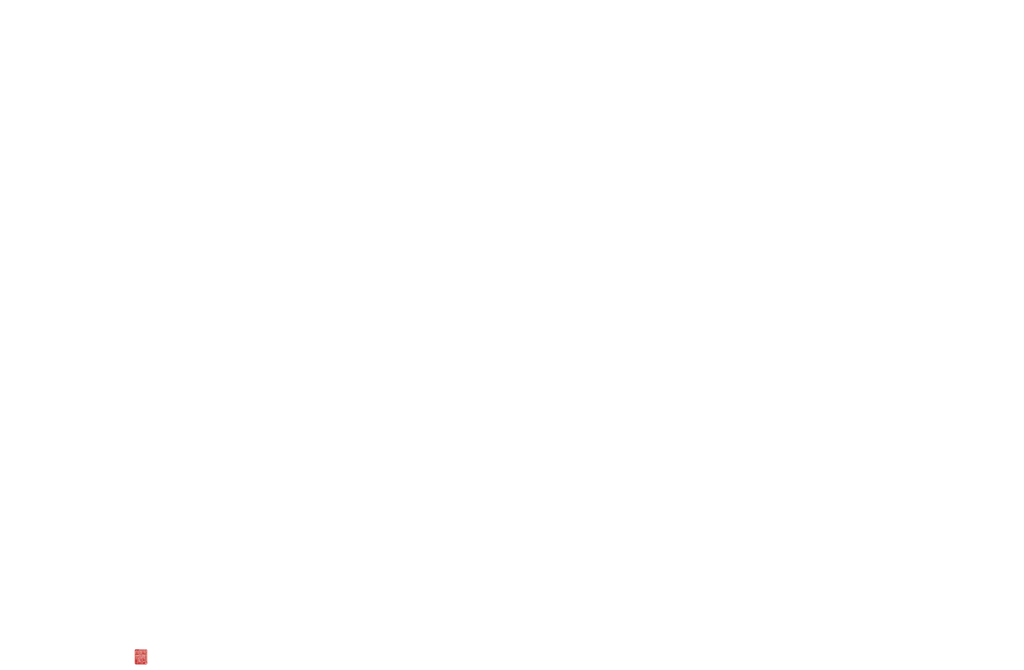
<source format=kicad_pcb>
(kicad_pcb (version 20211014) (generator pcbnew)
  (layers (0 "F.Cu" signal) (31 "B.Cu" signal) (34 "B.Paste" user) (35 "F.Paste" user) (36 "B.SilkS" user "B.Silkscreen") (37 "F.SilkS" user "F.Silkscreen") (38 "B.Mask" user) (39 "F.Mask" user) (44 "Edge.Cuts" user))
  (net 0 "")
  (net 1 "Net-(C1-Pad2)")
  (net 2 "GND")
  (net 3 "Net-(C2-Pad2)")
  (net 4 "+5V")
  (net 5 "isp_miso")
  (net 6 "isp_sck")
  (net 7 "isp_mosi")
  (net 8 "isp_rst")
  (net 11 "ftdi_rx")
  (net 12 "ftdi_tx")
  (net 15 "Net-(D1-Pad2)")
  (net 16 "Net-(U1-Pad6)")
  (net 17 "Net-(D2-Pad2)")
  (net 18 "Net-(U1-Pad5)")
  (footprint "Fab:R_1206" (layer "F.Cu") (at 146.05 85.852 180)
    (fp_text reference "R3" (at 0 -1.85) (layer "F.SilkS"))
    (fp_text value "499 Ω ***")
    (fp_line (start 1 1.07) (end -1 1.07) (layer "F.SilkS") (width 0.12))
    (fp_line (start -1 -1.07) (end 1 -1.07) (layer "F.SilkS") (width 0.12))
    (pad "1" smd rect locked (at -2 0 180) (size 2 1.7) (layers "F.Cu" "F.Paste" "F.Mask") (net 18 "Net-(U1-Pad5)"))
    (pad "2" smd rect locked (at 2 0 180) (size 2 1.7) (layers "F.Cu" "F.Paste" "F.Mask") (net 17 "Net-(D2-Pad2)"))
  )
  (footprint "Fab:Button_Omron_B3SN_6x6mm" (layer "F.Cu") (at 146.05 94.996 -90)
    (fp_text reference "SW1" (at 0 -4.5 90) (layer "F.SilkS"))
    (fp_text value "BUTTON_B3SN")
    (fp_line (start -3.15 -3.15) (end 3.15 -3.15) (layer "F.SilkS") (width 0.12))
    (fp_line (start 3.15 3.15) (end -3.15 3.15) (layer "F.SilkS") (width 0.12))
    (fp_line (start 3.15 -1) (end 3.15 1) (layer "F.SilkS") (width 0.12))
    (fp_line (start -3.15 1) (end -3.15 -1) (layer "F.SilkS") (width 0.12))
    (pad "1" smd rect locked (at -3.5 -2 270) (size 2.5 1.5) (layers "F.Cu" "F.Paste" "F.Mask") (net 16 "Net-(U1-Pad6)"))
    (pad "1" smd rect locked (at 3.5 -2 270) (size 2.5 1.5) (layers "F.Cu" "F.Paste" "F.Mask") (net 16 "Net-(U1-Pad6)"))
    (pad "2" smd rect locked (at -3.5 2 270) (size 2.5 1.5) (layers "F.Cu" "F.Paste" "F.Mask") (net 2 "GND"))
    (pad "2" smd rect locked (at 3.5 2 270) (size 2.5 1.5) (layers "F.Cu" "F.Paste" "F.Mask") (net 2 "GND"))
  )
  (footprint "Fab:R_1206" (layer "F.Cu") (at 154.305 75.565 180)
    (fp_text reference "R1" (at 0 -1.85) (layer "F.SilkS"))
    (fp_text value "10 kΩ")
    (fp_line (start -1 -1.07) (end 1 -1.07) (layer "F.SilkS") (width 0.12))
    (fp_line (start 1 1.07) (end -1 1.07) (layer "F.SilkS") (width 0.12))
    (pad "1" smd rect locked (at -2 0 180) (size 2 1.7) (layers "F.Cu" "F.Paste" "F.Mask") (net 4 "+5V"))
    (pad "2" smd rect locked (at 2 0 180) (size 2 1.7) (layers "F.Cu" "F.Paste" "F.Mask") (net 8 "isp_rst"))
  )
  (footprint "Fab:C_1206" (layer "F.Cu") (at 161.29 75.565)
    (fp_text reference "C3" (at 0 -1.85) (layer "F.SilkS"))
    (fp_text value "1 µF")
    (fp_line (start -1 -1.07) (end 1 -1.07) (layer "F.SilkS") (width 0.12))
    (fp_line (start 1 1.07) (end -1 1.07) (layer "F.SilkS") (width 0.12))
    (pad "1" smd rect locked (at -2 0) (size 2 1.7) (layers "F.Cu" "F.Paste" "F.Mask") (net 4 "+5V"))
    (pad "2" smd rect locked (at 2 0) (size 2 1.7) (layers "F.Cu" "F.Paste" "F.Mask") (net 2 "GND"))
  )
  (footprint "Fab:SOIC-14_3.9x8.7mm_P1.27mm" (layer "F.Cu") (at 154.94 84.81)
    (fp_text reference "U1" (at 0 -5.28) (layer "F.SilkS"))
    (fp_text value "Microcontroller_ATtiny44A-SSU" (at 0 0) (layer "F.SilkS") (effects (font (size 1.27 1.27))))
    (fp_line (start 0 4.435) (end 1.95 4.435) (layer "F.SilkS") (width 0.12))
    (fp_line (start 0 4.435) (end -1.95 4.435) (layer "F.SilkS") (width 0.12))
    (fp_line (start 0 -4.435) (end -3.45 -4.435) (layer "F.SilkS") (width 0.12))
    (fp_line (start 0 -4.435) (end 1.95 -4.435) (layer "F.SilkS") (width 0.12))
    (pad "1" smd rect (at -2.475 -3.81) (size 2 0.6) (layers "F.Cu" "F.Paste" "F.Mask") (net 4 "+5V"))
    (pad "2" smd rect (at -2.475 -2.54) (size 2 0.6) (layers "F.Cu" "F.Paste" "F.Mask") (net 1 "Net-(C1-Pad2)"))
    (pad "3" smd rect (at -2.475 -1.27) (size 2 0.6) (layers "F.Cu" "F.Paste" "F.Mask") (net 3 "Net-(C2-Pad2)"))
    (pad "4" smd rect (at -2.475 0) (size 2 0.6) (layers "F.Cu" "F.Paste" "F.Mask") (net 8 "isp_rst"))
    (pad "5" smd rect (at -2.475 1.27) (size 2 0.6) (layers "F.Cu" "F.Paste" "F.Mask") (net 18 "Net-(U1-Pad5)"))
    (pad "6" smd rect (at -2.475 2.54) (size 2 0.6) (layers "F.Cu" "F.Paste" "F.Mask") (net 16 "Net-(U1-Pad6)"))
    (pad "7" smd rect (at -2.475 3.81) (size 2 0.6) (layers "F.Cu" "F.Paste" "F.Mask") (net 7 "isp_mosi"))
    (pad "8" smd rect (at 2.475 3.81) (size 2 0.6) (layers "F.Cu" "F.Paste" "F.Mask") (net 5 "isp_miso"))
    (pad "9" smd rect (at 2.475 2.54) (size 2 0.6) (layers "F.Cu" "F.Paste" "F.Mask") (net 6 "isp_sck"))
    (pad "10" smd rect (at 2.475 1.27) (size 2 0.6) (layers "F.Cu" "F.Paste" "F.Mask"))
    (pad "11" smd rect (at 2.475 0) (size 2 0.6) (layers "F.Cu" "F.Paste" "F.Mask"))
    (pad "12" smd rect (at 2.475 -1.27) (size 2 0.6) (layers "F.Cu" "F.Paste" "F.Mask") (net 11 "ftdi_rx"))
    (pad "13" smd rect (at 2.475 -2.54) (size 2 0.6) (layers "F.Cu" "F.Paste" "F.Mask") (net 12 "ftdi_tx"))
    (pad "14" smd rect (at 2.475 -3.81) (size 2 0.6) (layers "F.Cu" "F.Paste" "F.Mask") (net 2 "GND"))
  )
  (footprint "Fab:C_1206" (layer "F.Cu") (at 147.32 75.565 180)
    (fp_text reference "C2" (at 0 -1.85) (layer "F.SilkS"))
    (fp_text value "22 pF")
    (fp_line (start 1 1.07) (end -1 1.07) (layer "F.SilkS") (width 0.12))
    (fp_line (start -1 -1.07) (end 1 -1.07) (layer "F.SilkS") (width 0.12))
    (pad "1" smd rect locked (at -2 0 180) (size 2 1.7) (layers "F.Cu" "F.Paste" "F.Mask") (net 2 "GND"))
    (pad "2" smd rect locked (at 2 0 180) (size 2 1.7) (layers "F.Cu" "F.Paste" "F.Mask") (net 3 "Net-(C2-Pad2)"))
  )
  (footprint "Fab:Crystal_NX5032GA-20" (layer "F.Cu") (at 146.685 82.296)
    (fp_text reference "Y1" (at 0 -2.95) (layer "F.SilkS"))
    (fp_text value "Crystal_NX5032GA-20")
    (fp_line (start -3.225 -1.95) (end -3.225 1.95) (layer "F.SilkS") (width 0.12))
    (fp_line (start 2.525 -1.95) (end -3.225 -1.95) (layer "F.SilkS") (width 0.12))
    (fp_line (start -3.225 1.95) (end 2.5 1.95) (layer "F.SilkS") (width 0.12))
    (pad "1" smd rect locked (at -2 0) (size 2 2.4) (layers "F.Cu" "F.Paste" "F.Mask") (net 3 "Net-(C2-Pad2)"))
    (pad "2" smd rect locked (at 2 0) (size 2 2.4) (layers "F.Cu" "F.Paste" "F.Mask") (net 1 "Net-(C1-Pad2)"))
  )
  (footprint "Fab:LED_1206" (layer "F.Cu") (at 146.05 88.392 180)
    (fp_text reference "D2" (at 0 -1.85) (layer "F.SilkS"))
    (fp_text value "LED_red ****")
    (fp_line (start -3.1 -0.95) (end -3.1 0.95) (layer "F.SilkS") (width 0.12))
    (fp_line (start -3.1 0.95) (end 1.6 0.95) (layer "F.SilkS") (width 0.12))
    (fp_line (start -3.1 -0.95) (end 1.6 -0.95) (layer "F.SilkS") (width 0.12))
    (pad "1" smd rect locked (at -2 0 180) (size 2 1.7) (layers "F.Cu" "F.Paste" "F.Mask") (net 2 "GND"))
    (pad "2" smd rect locked (at 2 0 180) (size 2 1.7) (layers "F.Cu" "F.Paste" "F.Mask") (net 17 "Net-(D2-Pad2)"))
  )
  (footprint "Fab:C_1206" (layer "F.Cu") (at 147.32 78.105)
    (fp_text reference "C1" (at 0 -1.85) (layer "F.SilkS"))
    (fp_text value "22 pF")
    (fp_line (start -1 -1.07) (end 1 -1.07) (layer "F.SilkS") (width 0.12))
    (fp_line (start 1 1.07) (end -1 1.07) (layer "F.SilkS") (width 0.12))
    (pad "1" smd rect locked (at -2 0) (size 2 1.7) (layers "F.Cu" "F.Paste" "F.Mask") (net 2 "GND"))
    (pad "2" smd rect locked (at 2 0) (size 2 1.7) (layers "F.Cu" "F.Paste" "F.Mask") (net 1 "Net-(C1-Pad2)"))
  )
  (footprint "Fab:R_1206" (layer "F.Cu") (at 161.29 78.105 180)
    (fp_text reference "R2" (at 0 -1.85) (layer "F.SilkS"))
    (fp_text value "499 Ω *")
    (fp_line (start 1 1.07) (end -1 1.07) (layer "F.SilkS") (width 0.12))
    (fp_line (start -1 -1.07) (end 1 -1.07) (layer "F.SilkS") (width 0.12))
    (pad "1" smd rect locked (at -2 0 180) (size 2 1.7) (layers "F.Cu" "F.Paste" "F.Mask") (net 4 "+5V"))
    (pad "2" smd rect locked (at 2 0 180) (size 2 1.7) (layers "F.Cu" "F.Paste" "F.Mask") (net 15 "Net-(D1-Pad2)"))
  )
  (footprint "Fab:PinHeader_2x03_P2.54mm_Vertical_SMD" (layer "F.Cu") (at 154.94 95.885 -90)
    (fp_text reference "J2" (at 0 -4.87 -90) (layer "F.SilkS"))
    (fp_text value "AVR-ISP-6")
    (fp_line (start 2.6 -1.78) (end 2.6 -0.76) (layer "F.SilkS") (width 0.12))
    (fp_line (start -2.6 -3.87) (end 2.6 -3.87) (layer "F.SilkS") (width 0.12))
    (fp_line (start -2.6 3.3) (end -2.6 3.87) (layer "F.SilkS") (width 0.12))
    (fp_line (start -2.6 -1.78) (end -2.6 -0.76) (layer "F.SilkS") (width 0.12))
    (fp_line (start 2.6 0.76) (end 2.6 1.78) (layer "F.SilkS") (width 0.12))
    (fp_line (start 2.6 -3.87) (end 2.6 -3.3) (layer "F.SilkS") (width 0.12))
    (fp_line (start -2.6 0.76) (end -2.6 1.78) (layer "F.SilkS") (width 0.12))
    (fp_line (start -4.04 -3.3) (end -2.6 -3.3) (layer "F.SilkS") (width 0.12))
    (fp_line (start 2.6 3.3) (end 2.6 3.87) (layer "F.SilkS") (width 0.12))
    (fp_line (start -2.6 3.87) (end 2.6 3.87) (layer "F.SilkS") (width 0.12))
    (fp_line (start -2.6 -3.87) (end -2.6 -3.3) (layer "F.SilkS") (width 0.12))
    (pad "1" smd rect locked (at -2.525 -2.54 270) (size 3.15 1) (layers "F.Cu" "F.Paste" "F.Mask") (net 5 "isp_miso"))
    (pad "2" smd rect locked (at 2.525 -2.54 270) (size 3.15 1) (layers "F.Cu" "F.Paste" "F.Mask") (net 4 "+5V"))
    (pad "3" smd rect locked (at -2.525 0 270) (size 3.15 1) (layers "F.Cu" "F.Paste" "F.Mask") (net 6 "isp_sck"))
    (pad "4" smd rect locked (at 2.525 0 270) (size 3.15 1) (layers "F.Cu" "F.Paste" "F.Mask") (net 7 "isp_mosi"))
    (pad "5" smd rect locked (at -2.525 2.54 270) (size 3.15 1) (layers "F.Cu" "F.Paste" "F.Mask") (net 8 "isp_rst"))
    (pad "6" smd rect locked (at 2.525 2.54 270) (size 3.15 1) (layers "F.Cu" "F.Paste" "F.Mask") (net 2 "GND"))
  )
  (footprint "Fab:LED_1206" (layer "F.Cu") (at 154.305 78.105)
    (fp_text reference "D1" (at 0 -1.85) (layer "F.SilkS"))
    (fp_text value "LED_green **")
    (fp_line (start -3.1 -0.95) (end 1.6 -0.95) (layer "F.SilkS") (width 0.12))
    (fp_line (start -3.1 0.95) (end 1.6 0.95) (layer "F.SilkS") (width 0.12))
    (fp_line (start -3.1 -0.95) (end -3.1 0.95) (layer "F.SilkS") (width 0.12))
    (pad "1" smd rect locked (at -2 0) (size 2 1.7) (layers "F.Cu" "F.Paste" "F.Mask") (net 2 "GND"))
    (pad "2" smd rect locked (at 2 0) (size 2 1.7) (layers "F.Cu" "F.Paste" "F.Mask") (net 15 "Net-(D1-Pad2)"))
  )
  (footprint "Fab:PinHeader_1x06_P2.54mm_Horizontal_SMD" (layer "F.Cu") (at 162.56 81.28)
    (fp_text reference "J1" (at -1.524 -2.54 180) (layer "F.SilkS") (effects (justify left)))
    (fp_text value "Conn_PinHeader_FTDI_1x06_P2.54mm_Horizontal_SMD")
    (fp_line (start 3.81 12.446) (end 1.27 12.446) (layer "F.SilkS") (width 0.12))
    (fp_line (start 3.81 -1.27) (end 6.35 -1.27) (layer "F.SilkS") (width 0.12))
    (fp_line (start 6.35 13.97) (end 3.81 13.97) (layer "F.SilkS") (width 0.12))
    (fp_line (start 3.81 4.826) (end 1.27 4.826) (layer "F.SilkS") (width 0.12))
    (fp_line (start 3.81 12.954) (end 1.27 12.954) (layer "F.SilkS") (width 0.12))
    (fp_line (start 3.81 -0.254) (end 1.27 -0.254) (layer "F.SilkS") (width 0.12))
    (fp_line (start 3.81 0.254) (end 1.27 0.254) (layer "F.SilkS") (width 0.12))
    (fp_line (start 3.81 7.874) (end 1.27 7.874) (layer "F.SilkS") (width 0.12))
    (fp_line (start 3.81 5.334) (end 1.27 5.334) (layer "F.SilkS") (width 0.12))
    (fp_line (start 3.81 13.97) (end 3.81 -1.27) (layer "F.SilkS") (width 0.12))
    (fp_line (start -1.27 -1.27) (end 0 -1.27) (layer "F.SilkS") (width 0.12))
    (fp_line (start 3.81 9.906) (end 1.27 9.906) (layer "F.SilkS") (width 0.12))
    (fp_line (start 3.81 2.794) (end 1.27 2.794) (layer "F.SilkS") (width 0.12))
    (fp_line (start 3.81 10.414) (end 1.27 10.414) (layer "F.SilkS") (width 0.12))
    (fp_line (start 3.81 7.366) (end 1.27 7.366) (layer "F.SilkS") (width 0.12))
    (fp_line (start 3.81 2.286) (end 1.27 2.286) (layer "F.SilkS") (width 0.12))
    (fp_line (start 6.35 -1.27) (end 6.35 13.97) (layer "F.SilkS") (width 0.12))
    (pad "1" smd rect locked (at 0 0) (size 2.5 1.7) (layers "F.Cu" "F.Paste" "F.Mask") (net 2 "GND"))
    (pad "2" smd rect locked (at 0 2.54) (size 2.5 1.7) (layers "F.Cu" "F.Paste" "F.Mask"))
    (pad "3" smd rect locked (at 0 5.08) (size 2.5 1.7) (layers "F.Cu" "F.Paste" "F.Mask") (net 4 "+5V"))
    (pad "4" smd rect locked (at 0 7.62) (size 2.5 1.7) (layers "F.Cu" "F.Paste" "F.Mask") (net 12 "ftdi_tx"))
    (pad "5" smd rect locked (at 0 10.16) (size 2.5 1.7) (layers "F.Cu" "F.Paste" "F.Mask") (net 11 "ftdi_rx"))
    (pad "6" smd rect locked (at 0 12.7) (size 2.5 1.7) (layers "F.Cu" "F.Paste" "F.Mask"))
  )
  (gr_arc (start 163.83 72.39) (mid 165.626051 73.133949) (end 166.37 74.93) (layer "Edge.Cuts") (width 0.2))
  (gr_arc (start 166.37 99.06) (mid 165.626051 100.856051) (end 163.83 101.6) (layer "Edge.Cuts") (width 0.1))
  (gr_circle (center 163.83 99.06) (end 164.83 99.06) (layer "Edge.Cuts") (width 0.1) (fill none))
  (gr_line (start 166.37 74.93) (end 166.37 99.06) (layer "Edge.Cuts") (width 0.1))
  (gr_line (start 142.24 99.06) (end 142.24 74.93) (layer "Edge.Cuts") (width 0.1))
  (gr_line (start 144.78 101.6) (end 163.83 101.6) (layer "Edge.Cuts") (width 0.1))
  (gr_arc (start 144.78 101.6) (mid 142.983949 100.856051) (end 142.24 99.06) (layer "Edge.Cuts") (width 0.1))
  (gr_arc (start 142.24 74.93) (mid 142.983949 73.133949) (end 144.78 72.39) (layer "Edge.Cuts") (width 0.2))
  (gr_line (start 144.78 72.39) (end 163.83 72.39) (layer "Edge.Cuts") (width 0.1))
  (segment (start 149.32 79.915) (end 149.32 78.105) (width 0.4064) (layer "F.Cu") (net 1))
  (segment (start 148.59 82.455) (end 148.685 82.55) (width 0.4064) (layer "F.Cu") (net 1))
  (segment (start 152.465 82.27) (end 148.965 82.27) (width 0.4064) (layer "F.Cu") (net 1))
  (segment (start 148.965 82.27) (end 148.685 82.55) (width 0.4064) (layer "F.Cu") (net 1))
  (segment (start 148.59 80.645) (end 148.59 82.455) (width 0.4064) (layer "F.Cu") (net 1))
  (segment (start 149.32 79.915) (end 148.59 80.645) (width 0.4064) (layer "F.Cu") (net 1))
  (segment (start 144.685 82.55) (end 144.685 83.725) (width 0.4064) (layer "F.Cu") (net 3))
  (segment (start 150.876 83.566) (end 152.439 83.566) (width 0.4064) (layer "F.Cu") (net 3))
  (segment (start 145.32 75.565) (end 144.145 75.565) (width 0.4064) (layer "F.Cu") (net 3))
  (segment (start 144.685 83.725) (end 145.288 84.328) (width 0.4064) (layer "F.Cu") (net 3))
  (segment (start 143.51 80.01) (end 144.78 81.28) (width 0.4064) (layer "F.Cu") (net 3))
  (segment (start 150.114 84.328) (end 150.876 83.566) (width 0.4064) (layer "F.Cu") (net 3))
  (segment (start 143.51 76.2) (end 143.51 80.01) (width 0.4064) (layer "F.Cu") (net 3))
  (segment (start 145.288 84.328) (end 150.114 84.328) (width 0.4064) (layer "F.Cu") (net 3))
  (segment (start 144.78 82.455) (end 144.685 82.55) (width 0.4064) (layer "F.Cu") (net 3))
  (segment (start 144.78 81.28) (end 144.78 82.455) (width 0.4064) (layer "F.Cu") (net 3))
  (segment (start 144.145 75.565) (end 143.51 76.2) (width 0.4064) (layer "F.Cu") (net 3))
  (segment (start 152.439 83.566) (end 152.465 83.54) (width 0.4064) (layer "F.Cu") (net 3))
  (segment (start 159.29 75.565) (end 160.655 75.565) (width 0.4064) (layer "F.Cu") (net 4))
  (segment (start 151.548178 73.66) (end 150.725911 74.482267) (width 0.4064) (layer "F.Cu") (net 4))
  (segment (start 165.1 74.295) (end 164.465 73.66) (width 0.4064) (layer "F.Cu") (net 4))
  (segment (start 165.1 77.47) (end 165.1 74.295) (width 0.4064) (layer "F.Cu") (net 4))
  (segment (start 157.48 96.52) (end 158.115 95.885) (width 0.4064) (layer "F.Cu") (net 4))
  (segment (start 165.1 85.344) (end 165.1 78.74) (width 0.4064) (layer "F.Cu") (net 4))
  (segment (start 164.084 86.36) (end 165.1 85.344) (width 0.4064) (layer "F.Cu") (net 4))
  (segment (start 161.29 77.47) (end 161.925 78.105) (width 0.4064) (layer "F.Cu") (net 4))
  (segment (start 150.725911 80.01) (end 151.715911 81) (width 0.4064) (layer "F.Cu") (net 4))
  (segment (start 164.465 95.885) (end 165.1 95.25) (width 0.4064) (layer "F.Cu") (net 4))
  (segment (start 150.725911 74.482267) (end 150.725911 80.01) (width 0.4064) (layer "F.Cu") (net 4))
  (segment (start 151.715911 81) (end 152.465 81) (width 0.4064) (layer "F.Cu") (net 4))
  (segment (start 165.1 95.25) (end 165.1 87.376) (width 0.4064) (layer "F.Cu") (net 4))
  (segment (start 161.29 76.2) (end 161.29 77.47) (width 0.4064) (layer "F.Cu") (net 4))
  (segment (start 165.1 78.74) (end 164.465 78.105) (width 0.4064) (layer "F.Cu") (net 4))
  (segment (start 160.655 75.565) (end 161.29 76.2) (width 0.4064) (layer "F.Cu") (net 4))
  (segment (start 157.48 98.41) (end 157.48 96.52) (width 0.4064) (layer "F.Cu") (net 4))
  (segment (start 161.925 78.105) (end 163.29 78.105) (width 0.4064) (layer "F.Cu") (net 4))
  (segment (start 164.465 78.105) (end 163.29 78.105) (width 0.4064) (layer "F.Cu") (net 4))
  (segment (start 162.165 86.36) (end 164.084 86.36) (width 0.4064) (layer "F.Cu") (net 4))
  (segment (start 165.1 87.376) (end 164.084 86.36) (width 0.4064) (layer "F.Cu") (net 4))
  (segment (start 159.29 75.565) (end 156.305 75.565) (width 0.4064) (layer "F.Cu") (net 4))
  (segment (start 164.465 73.66) (end 151.548178 73.66) (width 0.4064) (layer "F.Cu") (net 4))
  (segment (start 158.115 95.885) (end 164.465 95.885) (width 0.4064) (layer "F.Cu") (net 4))
  (segment (start 164.465 78.105) (end 165.1 77.47) (width 0.4064) (layer "F.Cu") (net 4))
  (segment (start 157.415 93.295) (end 157.48 93.36) (width 0.4064) (layer "F.Cu") (net 5))
  (segment (start 157.415 88.62) (end 157.415 93.295) (width 0.4064) (layer "F.Cu") (net 5))
  (segment (start 154.94 92.09) (end 154.94 90.17) (width 0.4064) (layer "F.Cu") (net 6))
  (segment (start 155.855 87.35) (end 157.415 87.35) (width 0.4064) (layer "F.Cu") (net 6))
  (segment (start 155.575 87.63) (end 155.855 87.35) (width 0.4064) (layer "F.Cu") (net 6))
  (segment (start 154.94 90.17) (end 155.575 89.535) (width 0.4064) (layer "F.Cu") (net 6))
  (segment (start 155.575 89.535) (end 155.575 87.63) (width 0.4064) (layer "F.Cu") (net 6))
  (segment (start 150.495 95.25) (end 150.495 89.535) (width 0.4064) (layer "F.Cu") (net 7))
  (segment (start 151.41 88.62) (end 152.465 88.62) (width 0.4064) (layer "F.Cu") (net 7))
  (segment (start 154.305 95.885) (end 151.13 95.885) (width 0.4064) (layer "F.Cu") (net 7))
  (segment (start 151.13 95.885) (end 150.495 95.25) (width 0.4064) (layer "F.Cu") (net 7))
  (segment (start 150.495 89.535) (end 151.41 88.62) (width 0.4064) (layer "F.Cu") (net 7))
  (segment (start 154.94 96.52) (end 154.305 95.885) (width 0.4064) (layer "F.Cu") (net 7))
  (segment (start 154.94 98.41) (end 154.94 96.52) (width 0.4064) (layer "F.Cu") (net 7))
  (segment (start 154.94 80.645) (end 154.305 80.01) (width 0.4064) (layer "F.Cu") (net 8))
  (segment (start 154.305 89.535) (end 154.94 88.9) (width 0.4064) (layer "F.Cu") (net 8))
  (segment (start 154.94 88.9) (end 154.94 85.725) (width 0.4064) (layer "F.Cu") (net 8))
  (segment (start 154.025 84.81) (end 154.025 84.735) (width 0.4064) (layer "F.Cu") (net 8))
  (segment (start 154.305 80.01) (end 154.305 76.2) (width 0.4064) (layer "F.Cu") (net 8))
  (segment (start 154.94 85.725) (end 154.025 84.81) (width 0.4064) (layer "F.Cu") (net 8))
  (segment (start 153.035 89.535) (end 154.305 89.535) (width 0.4064) (layer "F.Cu") (net 8))
  (segment (start 153.67 75.565) (end 152.305 75.565) (width 0.4064) (layer "F.Cu") (net 8))
  (segment (start 154.305 76.2) (end 153.67 75.565) (width 0.4064) (layer "F.Cu") (net 8))
  (segment (start 154.94 83.82) (end 154.94 80.645) (width 0.4064) (layer "F.Cu") (net 8))
  (segment (start 152.4 92.09) (end 152.4 90.17) (width 0.4064) (layer "F.Cu") (net 8))
  (segment (start 154.025 84.81) (end 152.465 84.81) (width 0.4064) (layer "F.Cu") (net 8))
  (segment (start 152.4 90.17) (end 153.035 89.535) (width 0.4064) (layer "F.Cu") (net 8))
  (segment (start 154.025 84.735) (end 154.94 83.82) (width 0.4064) (layer "F.Cu") (net 8))
  (segment (start 158.47 83.54) (end 160.02 85.09) (width 0.4064) (layer "F.Cu") (net 11))
  (segment (start 157.415 83.54) (end 158.47 83.54) (width 0.4064) (layer "F.Cu") (net 11))
  (segment (start 160.655 91.44) (end 162.165 91.44) (width 0.4064) (layer "F.Cu") (net 11))
  (segment (start 160.02 90.805) (end 160.655 91.44) (width 0.4064) (layer "F.Cu") (net 11))
  (segment (start 160.02 85.09) (end 160.02 90.805) (width 0.4064) (layer "F.Cu") (net 11))
  (segment (start 159.105 82.27) (end 160.655 83.82) (width 0.4064) (layer "F.Cu") (net 12))
  (segment (start 160.9725 88.9) (end 162.165 88.9) (width 0.4064) (layer "F.Cu") (net 12))
  (segment (start 160.655 88.5825) (end 160.9725 88.9) (width 0.4064) (layer "F.Cu") (net 12))
  (segment (start 157.415 82.27) (end 159.105 82.27) (width 0.4064) (layer "F.Cu") (net 12))
  (segment (start 160.655 83.82) (end 160.655 88.5825) (width 0.4064) (layer "F.Cu") (net 12))
  (segment (start 156.305 78.105) (end 159.29 78.105) (width 0.4064) (layer "F.Cu") (net 15))
  (segment (start 148.788 91.496) (end 148.05 91.496) (width 0.4064) (layer "F.Cu") (net 16))
  (segment (start 152.465 87.35) (end 151.41 87.35) (width 0.4064) (layer "F.Cu") (net 16))
  (segment (start 148.05 92.385) (end 148.05 99.385) (width 0.4064) (layer "F.Cu") (net 16))
  (segment (start 149.86 88.9) (end 149.86 90.424) (width 0.4064) (layer "F.Cu") (net 16))
  (segment (start 148.05 91.98) (end 148.05 92.385) (width 0.4064) (layer "F.Cu") (net 16))
  (segment (start 151.41 87.35) (end 149.86 88.9) (width 0.4064) (layer "F.Cu") (net 16))
  (segment (start 149.86 90.424) (end 148.788 91.496) (width 0.4064) (layer "F.Cu") (net 16))
  (segment (start 144.05 88.9) (end 144.05 86.36) (width 0.4064) (layer "F.Cu") (net 17))
  (segment (start 150.088 86.08) (end 152.465 86.08) (width 0.4064) (layer "F.Cu") (net 18))
  (segment (start 148.33 86.08) (end 148.05 86.36) (width 0.4064) (layer "F.Cu") (net 18))
  (segment (start 148.05 85.852) (end 149.86 85.852) (width 0.4064) (layer "F.Cu") (net 18))
  (segment (start 149.86 85.852) (end 150.088 86.08) (width 0.4064) (layer "F.Cu") (net 18))
  (zone (net 2) (net_name "GND") (layer "F.Cu") (connect_pads (clearance 0.2032)) (min_thickness 0.2032) (fill yes (thermal_gap 0.2032) (thermal_bridge_width 0.508))
    (polygon (pts (xy 166.37 101.6) (xy 142.24 101.6) (xy 142.24 72.39) (xy 166.37 72.39)))
  )
)
</source>
